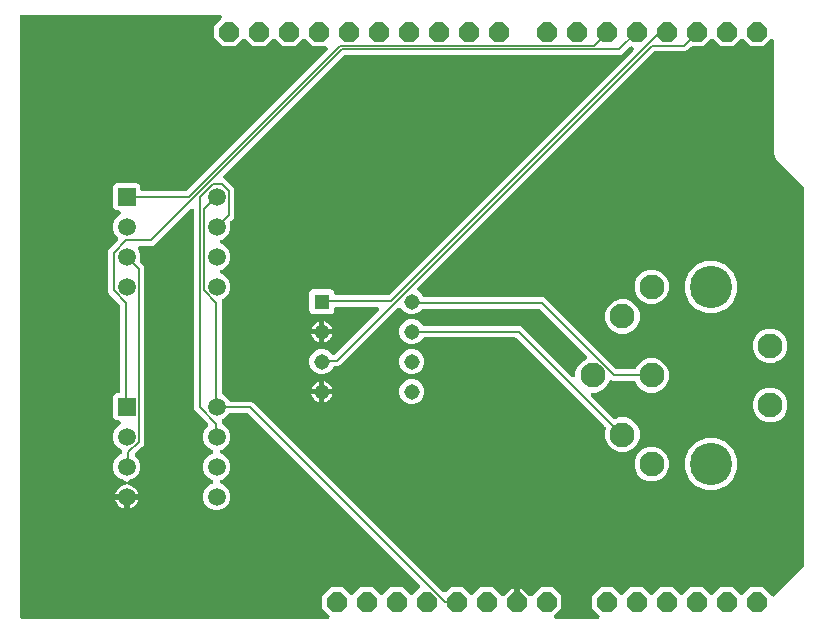
<source format=gbr>
G04 EAGLE Gerber RS-274X export*
G75*
%MOMM*%
%FSLAX34Y34*%
%LPD*%
%INBottom Copper*%
%IPPOS*%
%AMOC8*
5,1,8,0,0,1.08239X$1,22.5*%
G01*
%ADD10C,2.100000*%
%ADD11C,3.585000*%
%ADD12R,1.308000X1.308000*%
%ADD13C,1.308000*%
%ADD14R,1.498600X1.498600*%
%ADD15C,1.498600*%
%ADD16P,1.814519X8X22.500000*%
%ADD17C,0.152400*%

G36*
X525380Y23624D02*
X525380Y23624D01*
X525389Y23623D01*
X525582Y23644D01*
X525772Y23663D01*
X525780Y23665D01*
X525789Y23666D01*
X525973Y23724D01*
X526157Y23781D01*
X526165Y23785D01*
X526173Y23788D01*
X526341Y23881D01*
X526511Y23973D01*
X526517Y23978D01*
X526525Y23983D01*
X526672Y24107D01*
X526820Y24230D01*
X526826Y24237D01*
X526832Y24243D01*
X526951Y24394D01*
X527072Y24544D01*
X527076Y24552D01*
X527082Y24559D01*
X527170Y24732D01*
X527258Y24901D01*
X527260Y24910D01*
X527264Y24918D01*
X527316Y25104D01*
X527369Y25288D01*
X527370Y25297D01*
X527372Y25306D01*
X527386Y25499D01*
X527402Y25690D01*
X527401Y25698D01*
X527402Y25707D01*
X527377Y25900D01*
X527355Y26089D01*
X527352Y26098D01*
X527351Y26107D01*
X527290Y26290D01*
X527230Y26472D01*
X527226Y26480D01*
X527223Y26488D01*
X527127Y26655D01*
X527032Y26823D01*
X527027Y26830D01*
X527022Y26837D01*
X526807Y27090D01*
X520953Y32944D01*
X520953Y43256D01*
X528244Y50547D01*
X538556Y50547D01*
X544664Y44439D01*
X544678Y44427D01*
X544689Y44414D01*
X544833Y44300D01*
X544975Y44184D01*
X544991Y44175D01*
X545005Y44164D01*
X545169Y44081D01*
X545331Y43995D01*
X545348Y43990D01*
X545364Y43982D01*
X545541Y43932D01*
X545717Y43880D01*
X545735Y43879D01*
X545752Y43874D01*
X545935Y43860D01*
X546118Y43844D01*
X546136Y43846D01*
X546153Y43844D01*
X546335Y43867D01*
X546518Y43887D01*
X546535Y43893D01*
X546553Y43895D01*
X546727Y43953D01*
X546902Y44009D01*
X546918Y44017D01*
X546934Y44023D01*
X547094Y44115D01*
X547254Y44204D01*
X547268Y44215D01*
X547283Y44224D01*
X547536Y44439D01*
X553644Y50547D01*
X563956Y50547D01*
X570064Y44439D01*
X570077Y44427D01*
X570089Y44414D01*
X570233Y44300D01*
X570375Y44184D01*
X570391Y44175D01*
X570405Y44164D01*
X570569Y44081D01*
X570731Y43995D01*
X570748Y43990D01*
X570764Y43982D01*
X570941Y43932D01*
X571117Y43880D01*
X571135Y43879D01*
X571152Y43874D01*
X571335Y43860D01*
X571518Y43844D01*
X571536Y43846D01*
X571553Y43844D01*
X571735Y43867D01*
X571918Y43887D01*
X571935Y43893D01*
X571953Y43895D01*
X572126Y43953D01*
X572302Y44009D01*
X572318Y44017D01*
X572334Y44023D01*
X572494Y44115D01*
X572654Y44204D01*
X572668Y44215D01*
X572683Y44224D01*
X572936Y44439D01*
X579044Y50547D01*
X589356Y50547D01*
X595464Y44439D01*
X595477Y44427D01*
X595489Y44414D01*
X595633Y44300D01*
X595775Y44184D01*
X595791Y44175D01*
X595805Y44164D01*
X595969Y44081D01*
X596131Y43995D01*
X596148Y43990D01*
X596164Y43982D01*
X596341Y43932D01*
X596517Y43880D01*
X596535Y43879D01*
X596552Y43874D01*
X596735Y43860D01*
X596918Y43844D01*
X596936Y43846D01*
X596953Y43844D01*
X597135Y43867D01*
X597318Y43887D01*
X597335Y43893D01*
X597353Y43895D01*
X597526Y43953D01*
X597702Y44009D01*
X597718Y44017D01*
X597734Y44023D01*
X597894Y44115D01*
X598054Y44204D01*
X598068Y44215D01*
X598083Y44224D01*
X598336Y44439D01*
X604444Y50547D01*
X614756Y50547D01*
X620864Y44439D01*
X620877Y44427D01*
X620889Y44414D01*
X621033Y44300D01*
X621175Y44184D01*
X621191Y44175D01*
X621205Y44164D01*
X621369Y44081D01*
X621531Y43995D01*
X621548Y43990D01*
X621564Y43982D01*
X621741Y43932D01*
X621917Y43880D01*
X621935Y43879D01*
X621952Y43874D01*
X622135Y43860D01*
X622318Y43844D01*
X622336Y43846D01*
X622353Y43844D01*
X622535Y43867D01*
X622718Y43887D01*
X622735Y43893D01*
X622753Y43895D01*
X622926Y43953D01*
X623102Y44009D01*
X623118Y44017D01*
X623134Y44023D01*
X623294Y44115D01*
X623454Y44204D01*
X623468Y44215D01*
X623483Y44224D01*
X623736Y44439D01*
X629844Y50547D01*
X640156Y50547D01*
X646264Y44439D01*
X646277Y44427D01*
X646289Y44414D01*
X646433Y44300D01*
X646575Y44184D01*
X646591Y44175D01*
X646605Y44164D01*
X646769Y44081D01*
X646931Y43995D01*
X646948Y43990D01*
X646964Y43982D01*
X647141Y43932D01*
X647317Y43880D01*
X647335Y43879D01*
X647352Y43874D01*
X647535Y43860D01*
X647718Y43844D01*
X647736Y43846D01*
X647753Y43844D01*
X647935Y43867D01*
X648118Y43887D01*
X648135Y43893D01*
X648153Y43895D01*
X648326Y43953D01*
X648502Y44009D01*
X648518Y44017D01*
X648534Y44023D01*
X648694Y44115D01*
X648854Y44204D01*
X648868Y44215D01*
X648883Y44224D01*
X649136Y44439D01*
X655244Y50547D01*
X665556Y50547D01*
X673007Y43096D01*
X673017Y43087D01*
X673026Y43077D01*
X673173Y42960D01*
X673318Y42841D01*
X673330Y42834D01*
X673340Y42826D01*
X673509Y42740D01*
X673674Y42652D01*
X673687Y42648D01*
X673699Y42642D01*
X673881Y42591D01*
X674060Y42537D01*
X674073Y42536D01*
X674086Y42532D01*
X674273Y42518D01*
X674461Y42501D01*
X674474Y42502D01*
X674487Y42501D01*
X674672Y42524D01*
X674861Y42544D01*
X674874Y42548D01*
X674887Y42550D01*
X675065Y42609D01*
X675245Y42666D01*
X675257Y42672D01*
X675269Y42676D01*
X675432Y42769D01*
X675597Y42861D01*
X675607Y42869D01*
X675619Y42876D01*
X675761Y43000D01*
X675904Y43121D01*
X675912Y43132D01*
X675923Y43140D01*
X676037Y43290D01*
X676154Y43437D01*
X676160Y43449D01*
X676168Y43460D01*
X676320Y43755D01*
X676540Y44287D01*
X699682Y67429D01*
X699699Y67450D01*
X699720Y67468D01*
X699827Y67606D01*
X699937Y67741D01*
X699950Y67765D01*
X699966Y67786D01*
X700044Y67943D01*
X700126Y68097D01*
X700134Y68122D01*
X700146Y68146D01*
X700191Y68316D01*
X700241Y68483D01*
X700243Y68509D01*
X700250Y68535D01*
X700277Y68866D01*
X700277Y388334D01*
X700275Y388361D01*
X700277Y388388D01*
X700255Y388561D01*
X700237Y388735D01*
X700230Y388760D01*
X700226Y388787D01*
X700171Y388953D01*
X700119Y389120D01*
X700106Y389143D01*
X700098Y389169D01*
X700011Y389320D01*
X699927Y389474D01*
X699910Y389494D01*
X699897Y389518D01*
X699682Y389771D01*
X676540Y412913D01*
X674877Y416927D01*
X674877Y512671D01*
X674876Y512680D01*
X674877Y512689D01*
X674856Y512882D01*
X674837Y513072D01*
X674835Y513080D01*
X674834Y513089D01*
X674776Y513273D01*
X674719Y513457D01*
X674715Y513465D01*
X674712Y513473D01*
X674619Y513641D01*
X674527Y513811D01*
X674522Y513817D01*
X674517Y513825D01*
X674393Y513972D01*
X674270Y514120D01*
X674263Y514126D01*
X674257Y514132D01*
X674106Y514251D01*
X673956Y514372D01*
X673948Y514376D01*
X673941Y514382D01*
X673768Y514470D01*
X673599Y514558D01*
X673590Y514560D01*
X673582Y514564D01*
X673396Y514616D01*
X673212Y514669D01*
X673203Y514670D01*
X673194Y514672D01*
X673001Y514686D01*
X672810Y514702D01*
X672802Y514701D01*
X672793Y514702D01*
X672600Y514677D01*
X672411Y514655D01*
X672402Y514652D01*
X672393Y514651D01*
X672210Y514590D01*
X672028Y514530D01*
X672020Y514526D01*
X672012Y514523D01*
X671845Y514427D01*
X671677Y514332D01*
X671670Y514327D01*
X671663Y514322D01*
X671410Y514107D01*
X665556Y508253D01*
X655244Y508253D01*
X649136Y514361D01*
X649122Y514373D01*
X649111Y514386D01*
X648967Y514500D01*
X648825Y514616D01*
X648809Y514625D01*
X648795Y514636D01*
X648631Y514719D01*
X648469Y514805D01*
X648452Y514810D01*
X648436Y514818D01*
X648259Y514868D01*
X648083Y514920D01*
X648065Y514921D01*
X648048Y514926D01*
X647865Y514940D01*
X647682Y514956D01*
X647664Y514954D01*
X647647Y514956D01*
X647465Y514933D01*
X647282Y514913D01*
X647265Y514907D01*
X647247Y514905D01*
X647073Y514847D01*
X646898Y514791D01*
X646882Y514783D01*
X646866Y514777D01*
X646706Y514685D01*
X646546Y514596D01*
X646532Y514585D01*
X646517Y514576D01*
X646264Y514361D01*
X640156Y508253D01*
X629844Y508253D01*
X623736Y514361D01*
X623722Y514373D01*
X623711Y514386D01*
X623567Y514500D01*
X623425Y514616D01*
X623409Y514625D01*
X623395Y514636D01*
X623231Y514719D01*
X623069Y514805D01*
X623052Y514810D01*
X623036Y514818D01*
X622859Y514868D01*
X622683Y514920D01*
X622665Y514921D01*
X622648Y514926D01*
X622465Y514940D01*
X622282Y514956D01*
X622264Y514954D01*
X622247Y514956D01*
X622065Y514933D01*
X621882Y514913D01*
X621865Y514907D01*
X621847Y514905D01*
X621673Y514847D01*
X621498Y514791D01*
X621482Y514783D01*
X621466Y514777D01*
X621306Y514685D01*
X621146Y514596D01*
X621132Y514585D01*
X621117Y514576D01*
X620864Y514361D01*
X614756Y508253D01*
X605837Y508253D01*
X605810Y508251D01*
X605783Y508253D01*
X605609Y508231D01*
X605436Y508213D01*
X605411Y508206D01*
X605384Y508202D01*
X605218Y508146D01*
X605051Y508095D01*
X605028Y508082D01*
X605002Y508074D01*
X604851Y507987D01*
X604697Y507903D01*
X604677Y507886D01*
X604653Y507873D01*
X604400Y507658D01*
X601666Y504924D01*
X599892Y504189D01*
X574341Y504189D01*
X574314Y504187D01*
X574287Y504189D01*
X574113Y504167D01*
X573940Y504149D01*
X573915Y504142D01*
X573888Y504138D01*
X573722Y504083D01*
X573555Y504031D01*
X573532Y504018D01*
X573506Y504010D01*
X573355Y503923D01*
X573201Y503839D01*
X573181Y503822D01*
X573157Y503809D01*
X572904Y503594D01*
X373694Y304384D01*
X373686Y304374D01*
X373675Y304365D01*
X373558Y304218D01*
X373439Y304073D01*
X373433Y304061D01*
X373424Y304050D01*
X373338Y303882D01*
X373250Y303717D01*
X373247Y303704D01*
X373240Y303692D01*
X373189Y303511D01*
X373136Y303331D01*
X373134Y303318D01*
X373131Y303305D01*
X373116Y303119D01*
X373099Y302930D01*
X373101Y302916D01*
X373100Y302903D01*
X373122Y302718D01*
X373143Y302530D01*
X373147Y302517D01*
X373148Y302504D01*
X373207Y302326D01*
X373264Y302146D01*
X373271Y302134D01*
X373275Y302121D01*
X373368Y301958D01*
X373459Y301794D01*
X373468Y301783D01*
X373474Y301772D01*
X373599Y301629D01*
X373719Y301487D01*
X373730Y301478D01*
X373739Y301468D01*
X373888Y301353D01*
X374035Y301237D01*
X374047Y301231D01*
X374058Y301223D01*
X374298Y301100D01*
X377290Y298107D01*
X377681Y297165D01*
X377691Y297145D01*
X377698Y297124D01*
X377786Y296968D01*
X377871Y296810D01*
X377885Y296793D01*
X377896Y296773D01*
X378013Y296638D01*
X378127Y296499D01*
X378145Y296485D01*
X378159Y296468D01*
X378301Y296359D01*
X378440Y296246D01*
X378460Y296235D01*
X378477Y296222D01*
X378638Y296142D01*
X378796Y296059D01*
X378818Y296052D01*
X378838Y296042D01*
X379011Y295996D01*
X379183Y295946D01*
X379205Y295944D01*
X379227Y295938D01*
X379557Y295911D01*
X479496Y295911D01*
X481270Y295176D01*
X540900Y235546D01*
X540921Y235529D01*
X540939Y235508D01*
X541076Y235401D01*
X541212Y235291D01*
X541236Y235278D01*
X541257Y235262D01*
X541414Y235184D01*
X541568Y235102D01*
X541593Y235094D01*
X541617Y235082D01*
X541787Y235037D01*
X541953Y234987D01*
X541980Y234985D01*
X542006Y234978D01*
X542337Y234951D01*
X556532Y234951D01*
X556555Y234953D01*
X556577Y234951D01*
X556754Y234973D01*
X556933Y234991D01*
X556954Y234997D01*
X556976Y235000D01*
X557146Y235056D01*
X557318Y235109D01*
X557338Y235119D01*
X557359Y235126D01*
X557514Y235215D01*
X557672Y235301D01*
X557689Y235315D01*
X557708Y235326D01*
X557844Y235444D01*
X557981Y235558D01*
X557995Y235576D01*
X558012Y235590D01*
X558121Y235732D01*
X558233Y235872D01*
X558244Y235892D01*
X558257Y235910D01*
X558409Y236205D01*
X559153Y238000D01*
X563250Y242097D01*
X568603Y244315D01*
X574397Y244315D01*
X579750Y242097D01*
X583847Y238000D01*
X586065Y232647D01*
X586065Y226853D01*
X583847Y221500D01*
X579750Y217403D01*
X577411Y216433D01*
X577410Y216433D01*
X574397Y215185D01*
X568603Y215185D01*
X563250Y217403D01*
X559153Y221500D01*
X558099Y224043D01*
X558089Y224063D01*
X558082Y224084D01*
X557993Y224241D01*
X557909Y224398D01*
X557895Y224415D01*
X557884Y224435D01*
X557766Y224571D01*
X557652Y224709D01*
X557635Y224723D01*
X557621Y224740D01*
X557479Y224849D01*
X557340Y224962D01*
X557320Y224973D01*
X557302Y224986D01*
X557142Y225066D01*
X556983Y225149D01*
X556962Y225156D01*
X556942Y225166D01*
X556768Y225212D01*
X556597Y225262D01*
X556575Y225264D01*
X556553Y225270D01*
X556222Y225297D01*
X538536Y225297D01*
X537753Y225621D01*
X537736Y225627D01*
X537720Y225635D01*
X537545Y225684D01*
X537368Y225738D01*
X537350Y225740D01*
X537333Y225744D01*
X537151Y225759D01*
X536967Y225776D01*
X536949Y225774D01*
X536931Y225776D01*
X536750Y225754D01*
X536567Y225734D01*
X536549Y225729D01*
X536532Y225727D01*
X536359Y225670D01*
X536182Y225615D01*
X536166Y225606D01*
X536150Y225600D01*
X535991Y225510D01*
X535829Y225421D01*
X535815Y225410D01*
X535800Y225401D01*
X535662Y225281D01*
X535521Y225162D01*
X535510Y225148D01*
X535496Y225136D01*
X535384Y224991D01*
X535270Y224847D01*
X535262Y224831D01*
X535251Y224817D01*
X535099Y224522D01*
X533847Y221500D01*
X529750Y217403D01*
X527411Y216433D01*
X527410Y216433D01*
X524397Y215185D01*
X521969Y215185D01*
X521960Y215184D01*
X521951Y215185D01*
X521757Y215164D01*
X521568Y215145D01*
X521560Y215143D01*
X521551Y215142D01*
X521366Y215083D01*
X521183Y215027D01*
X521175Y215023D01*
X521167Y215020D01*
X520998Y214927D01*
X520829Y214835D01*
X520822Y214830D01*
X520814Y214825D01*
X520667Y214701D01*
X520520Y214578D01*
X520514Y214571D01*
X520507Y214565D01*
X520388Y214413D01*
X520267Y214264D01*
X520263Y214256D01*
X520258Y214249D01*
X520170Y214076D01*
X520082Y213907D01*
X520080Y213898D01*
X520075Y213890D01*
X520024Y213704D01*
X519971Y213520D01*
X519970Y213511D01*
X519967Y213502D01*
X519953Y213309D01*
X519938Y213118D01*
X519939Y213110D01*
X519938Y213101D01*
X519962Y212908D01*
X519985Y212719D01*
X519987Y212710D01*
X519988Y212701D01*
X520050Y212519D01*
X520109Y212336D01*
X520114Y212328D01*
X520117Y212320D01*
X520213Y212153D01*
X520307Y211985D01*
X520313Y211978D01*
X520318Y211971D01*
X520532Y211718D01*
X538700Y193550D01*
X538717Y193536D01*
X538732Y193519D01*
X538873Y193408D01*
X539012Y193295D01*
X539031Y193284D01*
X539049Y193271D01*
X539210Y193190D01*
X539367Y193106D01*
X539389Y193100D01*
X539409Y193090D01*
X539582Y193042D01*
X539753Y192991D01*
X539776Y192989D01*
X539797Y192983D01*
X539976Y192971D01*
X540154Y192955D01*
X540176Y192957D01*
X540199Y192956D01*
X540376Y192979D01*
X540555Y192998D01*
X540576Y193005D01*
X540598Y193008D01*
X540914Y193109D01*
X543703Y194265D01*
X549497Y194265D01*
X554850Y192047D01*
X558947Y187950D01*
X561165Y182597D01*
X561165Y176803D01*
X558947Y171450D01*
X554850Y167353D01*
X549497Y165135D01*
X543703Y165135D01*
X538350Y167353D01*
X534253Y171450D01*
X532035Y176803D01*
X532035Y182597D01*
X532677Y184147D01*
X532684Y184169D01*
X532694Y184189D01*
X532742Y184362D01*
X532794Y184533D01*
X532796Y184555D01*
X532802Y184576D01*
X532815Y184756D01*
X532832Y184933D01*
X532830Y184956D01*
X532831Y184978D01*
X532809Y185156D01*
X532790Y185334D01*
X532784Y185355D01*
X532781Y185377D01*
X532724Y185547D01*
X532671Y185718D01*
X532660Y185738D01*
X532653Y185759D01*
X532563Y185914D01*
X532477Y186071D01*
X532463Y186089D01*
X532452Y186108D01*
X532237Y186361D01*
X457320Y261278D01*
X457299Y261295D01*
X457281Y261316D01*
X457144Y261422D01*
X457008Y261533D01*
X456984Y261546D01*
X456963Y261562D01*
X456806Y261640D01*
X456652Y261722D01*
X456627Y261730D01*
X456603Y261742D01*
X456433Y261787D01*
X456267Y261837D01*
X456240Y261839D01*
X456214Y261846D01*
X455883Y261873D01*
X379136Y261873D01*
X379114Y261871D01*
X379092Y261873D01*
X378914Y261851D01*
X378736Y261833D01*
X378714Y261827D01*
X378692Y261824D01*
X378522Y261768D01*
X378351Y261715D01*
X378331Y261705D01*
X378310Y261698D01*
X378154Y261609D01*
X377997Y261523D01*
X377980Y261509D01*
X377960Y261498D01*
X377825Y261380D01*
X377688Y261266D01*
X377674Y261248D01*
X377657Y261234D01*
X377547Y261091D01*
X377435Y260952D01*
X377425Y260932D01*
X377411Y260914D01*
X377305Y260708D01*
X374307Y257710D01*
X370409Y256095D01*
X366191Y256095D01*
X362293Y257710D01*
X359310Y260693D01*
X357695Y264591D01*
X357695Y268809D01*
X359310Y272707D01*
X362293Y275690D01*
X366191Y277305D01*
X370409Y277305D01*
X374307Y275690D01*
X377303Y272695D01*
X377365Y272584D01*
X377450Y272426D01*
X377464Y272409D01*
X377475Y272389D01*
X377592Y272254D01*
X377706Y272115D01*
X377724Y272101D01*
X377738Y272084D01*
X377880Y271975D01*
X378019Y271862D01*
X378039Y271851D01*
X378056Y271838D01*
X378217Y271758D01*
X378375Y271675D01*
X378397Y271668D01*
X378417Y271658D01*
X378590Y271612D01*
X378762Y271562D01*
X378784Y271560D01*
X378806Y271554D01*
X379136Y271527D01*
X459684Y271527D01*
X461458Y270792D01*
X503468Y228782D01*
X503475Y228777D01*
X503480Y228770D01*
X503630Y228649D01*
X503779Y228527D01*
X503787Y228523D01*
X503794Y228517D01*
X503965Y228429D01*
X504135Y228339D01*
X504143Y228336D01*
X504151Y228332D01*
X504337Y228279D01*
X504521Y228224D01*
X504530Y228223D01*
X504538Y228221D01*
X504730Y228205D01*
X504922Y228187D01*
X504931Y228188D01*
X504940Y228188D01*
X505129Y228210D01*
X505322Y228231D01*
X505331Y228234D01*
X505339Y228235D01*
X505521Y228294D01*
X505706Y228352D01*
X505714Y228357D01*
X505722Y228359D01*
X505891Y228454D01*
X506058Y228547D01*
X506065Y228553D01*
X506073Y228557D01*
X506219Y228683D01*
X506365Y228808D01*
X506371Y228815D01*
X506378Y228820D01*
X506495Y228971D01*
X506615Y229124D01*
X506619Y229132D01*
X506624Y229139D01*
X506710Y229311D01*
X506797Y229483D01*
X506800Y229491D01*
X506804Y229499D01*
X506854Y229686D01*
X506905Y229870D01*
X506906Y229879D01*
X506908Y229888D01*
X506935Y230219D01*
X506935Y232647D01*
X509153Y238000D01*
X513250Y242097D01*
X515707Y243115D01*
X515719Y243121D01*
X515731Y243126D01*
X515896Y243216D01*
X516062Y243305D01*
X516072Y243314D01*
X516084Y243320D01*
X516227Y243441D01*
X516372Y243562D01*
X516381Y243572D01*
X516391Y243581D01*
X516507Y243729D01*
X516626Y243874D01*
X516632Y243886D01*
X516640Y243897D01*
X516726Y244065D01*
X516813Y244231D01*
X516817Y244244D01*
X516823Y244256D01*
X516873Y244438D01*
X516926Y244617D01*
X516927Y244631D01*
X516931Y244644D01*
X516945Y244832D01*
X516961Y245018D01*
X516959Y245032D01*
X516960Y245045D01*
X516936Y245233D01*
X516915Y245419D01*
X516911Y245431D01*
X516910Y245445D01*
X516850Y245623D01*
X516792Y245802D01*
X516786Y245814D01*
X516782Y245826D01*
X516687Y245990D01*
X516596Y246153D01*
X516587Y246163D01*
X516581Y246175D01*
X516366Y246428D01*
X477132Y285662D01*
X477111Y285679D01*
X477093Y285700D01*
X476956Y285807D01*
X476820Y285917D01*
X476796Y285930D01*
X476775Y285946D01*
X476618Y286024D01*
X476464Y286106D01*
X476439Y286114D01*
X476415Y286126D01*
X476245Y286171D01*
X476079Y286221D01*
X476052Y286223D01*
X476026Y286230D01*
X475695Y286257D01*
X378296Y286257D01*
X378269Y286255D01*
X378243Y286257D01*
X378069Y286235D01*
X377895Y286217D01*
X377870Y286210D01*
X377843Y286206D01*
X377677Y286150D01*
X377510Y286099D01*
X377487Y286086D01*
X377462Y286078D01*
X377310Y285991D01*
X377156Y285907D01*
X377136Y285890D01*
X377113Y285877D01*
X376860Y285662D01*
X374307Y283110D01*
X370409Y281495D01*
X366191Y281495D01*
X362293Y283110D01*
X359303Y286100D01*
X359228Y286235D01*
X359139Y286402D01*
X359130Y286412D01*
X359124Y286424D01*
X359003Y286566D01*
X358882Y286712D01*
X358872Y286721D01*
X358863Y286731D01*
X358715Y286848D01*
X358570Y286966D01*
X358558Y286972D01*
X358547Y286980D01*
X358379Y287066D01*
X358213Y287153D01*
X358200Y287157D01*
X358188Y287163D01*
X358006Y287213D01*
X357827Y287266D01*
X357813Y287267D01*
X357800Y287271D01*
X357612Y287285D01*
X357426Y287301D01*
X357412Y287299D01*
X357399Y287300D01*
X357212Y287277D01*
X357026Y287256D01*
X357013Y287251D01*
X356999Y287250D01*
X356822Y287190D01*
X356642Y287132D01*
X356631Y287126D01*
X356618Y287122D01*
X356454Y287027D01*
X356291Y286936D01*
X356281Y286927D01*
X356269Y286921D01*
X356016Y286706D01*
X307534Y238224D01*
X305760Y237489D01*
X303357Y237489D01*
X303335Y237487D01*
X303313Y237489D01*
X303135Y237467D01*
X302957Y237449D01*
X302935Y237443D01*
X302913Y237440D01*
X302743Y237384D01*
X302572Y237331D01*
X302552Y237321D01*
X302531Y237314D01*
X302375Y237225D01*
X302218Y237139D01*
X302201Y237125D01*
X302181Y237114D01*
X302046Y236996D01*
X301908Y236882D01*
X301894Y236864D01*
X301878Y236850D01*
X301769Y236708D01*
X301656Y236568D01*
X301646Y236548D01*
X301632Y236531D01*
X301481Y236235D01*
X301090Y235293D01*
X298107Y232310D01*
X294209Y230695D01*
X289991Y230695D01*
X286093Y232310D01*
X283110Y235293D01*
X281495Y239191D01*
X281495Y243409D01*
X283110Y247307D01*
X286093Y250290D01*
X289991Y251905D01*
X294209Y251905D01*
X298107Y250290D01*
X300591Y247806D01*
X300605Y247795D01*
X300617Y247781D01*
X300761Y247667D01*
X300903Y247551D01*
X300919Y247543D01*
X300933Y247531D01*
X301097Y247448D01*
X301259Y247362D01*
X301276Y247357D01*
X301292Y247349D01*
X301469Y247300D01*
X301644Y247248D01*
X301662Y247246D01*
X301679Y247241D01*
X301863Y247228D01*
X302045Y247211D01*
X302063Y247213D01*
X302081Y247212D01*
X302263Y247235D01*
X302446Y247255D01*
X302463Y247260D01*
X302480Y247262D01*
X302654Y247320D01*
X302830Y247376D01*
X302845Y247385D01*
X302862Y247390D01*
X303022Y247482D01*
X303182Y247571D01*
X303195Y247582D01*
X303211Y247591D01*
X303464Y247806D01*
X339972Y284314D01*
X339977Y284321D01*
X339984Y284326D01*
X340105Y284476D01*
X340227Y284625D01*
X340231Y284633D01*
X340237Y284640D01*
X340325Y284811D01*
X340415Y284981D01*
X340418Y284989D01*
X340422Y284997D01*
X340475Y285183D01*
X340530Y285367D01*
X340531Y285376D01*
X340533Y285384D01*
X340549Y285576D01*
X340567Y285768D01*
X340566Y285777D01*
X340566Y285786D01*
X340544Y285975D01*
X340523Y286168D01*
X340520Y286177D01*
X340519Y286185D01*
X340460Y286367D01*
X340402Y286552D01*
X340397Y286560D01*
X340395Y286568D01*
X340300Y286737D01*
X340207Y286904D01*
X340201Y286911D01*
X340197Y286919D01*
X340071Y287065D01*
X339946Y287211D01*
X339939Y287217D01*
X339934Y287224D01*
X339782Y287341D01*
X339630Y287461D01*
X339622Y287465D01*
X339615Y287470D01*
X339443Y287556D01*
X339271Y287643D01*
X339263Y287646D01*
X339255Y287650D01*
X339068Y287700D01*
X338884Y287751D01*
X338875Y287752D01*
X338866Y287754D01*
X338535Y287781D01*
X304736Y287781D01*
X304718Y287779D01*
X304700Y287781D01*
X304518Y287760D01*
X304335Y287741D01*
X304318Y287736D01*
X304301Y287734D01*
X304126Y287677D01*
X303950Y287623D01*
X303935Y287615D01*
X303918Y287609D01*
X303758Y287519D01*
X303596Y287431D01*
X303583Y287420D01*
X303567Y287411D01*
X303428Y287291D01*
X303287Y287174D01*
X303276Y287160D01*
X303262Y287148D01*
X303150Y287003D01*
X303035Y286860D01*
X303027Y286844D01*
X303016Y286830D01*
X302934Y286665D01*
X302849Y286503D01*
X302844Y286486D01*
X302836Y286470D01*
X302789Y286291D01*
X302738Y286116D01*
X302736Y286098D01*
X302732Y286081D01*
X302705Y285750D01*
X302705Y284751D01*
X302086Y283257D01*
X300942Y282114D01*
X299449Y281495D01*
X284751Y281495D01*
X283258Y282114D01*
X282114Y283257D01*
X281495Y284751D01*
X281495Y299449D01*
X282114Y300942D01*
X283258Y302086D01*
X284751Y302705D01*
X299449Y302705D01*
X300942Y302086D01*
X302086Y300942D01*
X302706Y299445D01*
X302705Y299430D01*
X302726Y299248D01*
X302745Y299065D01*
X302750Y299048D01*
X302752Y299031D01*
X302809Y298856D01*
X302863Y298680D01*
X302871Y298665D01*
X302877Y298648D01*
X302967Y298488D01*
X303055Y298326D01*
X303066Y298313D01*
X303075Y298297D01*
X303195Y298158D01*
X303312Y298017D01*
X303326Y298006D01*
X303338Y297992D01*
X303483Y297880D01*
X303626Y297765D01*
X303642Y297757D01*
X303656Y297746D01*
X303821Y297664D01*
X303983Y297579D01*
X304000Y297574D01*
X304016Y297566D01*
X304195Y297519D01*
X304370Y297468D01*
X304388Y297466D01*
X304405Y297462D01*
X304736Y297435D01*
X347679Y297435D01*
X347706Y297437D01*
X347733Y297435D01*
X347907Y297457D01*
X348080Y297475D01*
X348105Y297482D01*
X348132Y297486D01*
X348298Y297541D01*
X348465Y297593D01*
X348488Y297606D01*
X348514Y297614D01*
X348665Y297701D01*
X348819Y297785D01*
X348839Y297802D01*
X348863Y297815D01*
X349116Y298030D01*
X555872Y504786D01*
X555877Y504793D01*
X555884Y504798D01*
X556005Y504948D01*
X556127Y505097D01*
X556131Y505105D01*
X556137Y505112D01*
X556225Y505283D01*
X556315Y505453D01*
X556318Y505461D01*
X556322Y505469D01*
X556375Y505655D01*
X556430Y505839D01*
X556431Y505848D01*
X556433Y505856D01*
X556449Y506048D01*
X556467Y506240D01*
X556466Y506249D01*
X556466Y506258D01*
X556444Y506447D01*
X556423Y506640D01*
X556420Y506649D01*
X556419Y506657D01*
X556360Y506839D01*
X556302Y507024D01*
X556297Y507032D01*
X556295Y507040D01*
X556200Y507209D01*
X556107Y507376D01*
X556101Y507383D01*
X556097Y507391D01*
X555971Y507537D01*
X555846Y507683D01*
X555839Y507689D01*
X555834Y507696D01*
X555682Y507813D01*
X555530Y507933D01*
X555522Y507937D01*
X555515Y507942D01*
X555343Y508028D01*
X555171Y508115D01*
X555163Y508118D01*
X555155Y508122D01*
X554968Y508172D01*
X554784Y508223D01*
X554775Y508224D01*
X554766Y508226D01*
X554435Y508253D01*
X554021Y508253D01*
X553994Y508251D01*
X553967Y508253D01*
X553793Y508231D01*
X553620Y508213D01*
X553595Y508206D01*
X553568Y508202D01*
X553402Y508147D01*
X553235Y508095D01*
X553212Y508082D01*
X553186Y508074D01*
X553035Y507987D01*
X552881Y507903D01*
X552861Y507886D01*
X552837Y507873D01*
X552584Y507658D01*
X546802Y501876D01*
X545028Y501141D01*
X312213Y501141D01*
X312186Y501139D01*
X312159Y501141D01*
X311985Y501119D01*
X311812Y501101D01*
X311787Y501094D01*
X311760Y501090D01*
X311594Y501035D01*
X311427Y500983D01*
X311404Y500970D01*
X311378Y500962D01*
X311227Y500875D01*
X311073Y500791D01*
X311053Y500774D01*
X311029Y500761D01*
X310776Y500546D01*
X209313Y399083D01*
X209305Y399073D01*
X209295Y399065D01*
X209177Y398917D01*
X209058Y398772D01*
X209052Y398760D01*
X209044Y398750D01*
X208957Y398581D01*
X208870Y398416D01*
X208866Y398404D01*
X208860Y398392D01*
X208809Y398210D01*
X208755Y398030D01*
X208754Y398017D01*
X208750Y398004D01*
X208736Y397818D01*
X208719Y397629D01*
X208720Y397616D01*
X208719Y397603D01*
X208742Y397417D01*
X208762Y397229D01*
X208766Y397216D01*
X208768Y397203D01*
X208827Y397025D01*
X208884Y396845D01*
X208890Y396834D01*
X208894Y396821D01*
X208987Y396657D01*
X209078Y396493D01*
X209087Y396483D01*
X209094Y396471D01*
X209217Y396330D01*
X209339Y396186D01*
X209349Y396178D01*
X209358Y396168D01*
X209507Y396053D01*
X209655Y395936D01*
X209667Y395930D01*
X209677Y395922D01*
X209972Y395771D01*
X209998Y395760D01*
X211641Y394117D01*
X211642Y394116D01*
X215808Y389950D01*
X215809Y389949D01*
X217452Y388306D01*
X218187Y386532D01*
X218187Y364800D01*
X217452Y363026D01*
X215005Y360579D01*
X214991Y360562D01*
X214974Y360547D01*
X214863Y360406D01*
X214750Y360267D01*
X214739Y360248D01*
X214726Y360230D01*
X214645Y360070D01*
X214561Y359912D01*
X214555Y359890D01*
X214545Y359870D01*
X214498Y359698D01*
X214446Y359526D01*
X214444Y359504D01*
X214439Y359482D01*
X214426Y359304D01*
X214410Y359125D01*
X214412Y359102D01*
X214411Y359080D01*
X214434Y358904D01*
X214453Y358725D01*
X214460Y358703D01*
X214463Y358681D01*
X214565Y358365D01*
X214758Y357899D01*
X214758Y353301D01*
X212998Y349053D01*
X209747Y345802D01*
X207272Y344777D01*
X207264Y344772D01*
X207255Y344770D01*
X207087Y344677D01*
X206917Y344586D01*
X206910Y344581D01*
X206902Y344576D01*
X206755Y344452D01*
X206607Y344330D01*
X206601Y344323D01*
X206594Y344317D01*
X206474Y344166D01*
X206353Y344017D01*
X206349Y344010D01*
X206343Y344002D01*
X206256Y343832D01*
X206166Y343661D01*
X206163Y343652D01*
X206159Y343644D01*
X206108Y343462D01*
X206053Y343274D01*
X206052Y343265D01*
X206050Y343257D01*
X206035Y343066D01*
X206018Y342873D01*
X206019Y342864D01*
X206018Y342856D01*
X206042Y342665D01*
X206063Y342473D01*
X206066Y342465D01*
X206067Y342456D01*
X206127Y342275D01*
X206186Y342090D01*
X206191Y342082D01*
X206194Y342074D01*
X206289Y341907D01*
X206383Y341738D01*
X206389Y341732D01*
X206393Y341724D01*
X206521Y341577D01*
X206645Y341433D01*
X206652Y341427D01*
X206658Y341420D01*
X206810Y341303D01*
X206962Y341184D01*
X206970Y341180D01*
X206977Y341175D01*
X207272Y341023D01*
X209747Y339998D01*
X212998Y336747D01*
X214758Y332499D01*
X214758Y327901D01*
X212998Y323653D01*
X209747Y320402D01*
X207272Y319377D01*
X207264Y319372D01*
X207255Y319370D01*
X207087Y319277D01*
X206917Y319186D01*
X206910Y319181D01*
X206902Y319176D01*
X206755Y319052D01*
X206607Y318930D01*
X206601Y318923D01*
X206594Y318917D01*
X206474Y318766D01*
X206353Y318617D01*
X206349Y318610D01*
X206343Y318602D01*
X206256Y318432D01*
X206166Y318261D01*
X206163Y318252D01*
X206159Y318244D01*
X206108Y318062D01*
X206053Y317874D01*
X206052Y317865D01*
X206050Y317857D01*
X206035Y317666D01*
X206018Y317473D01*
X206019Y317464D01*
X206018Y317456D01*
X206042Y317265D01*
X206063Y317073D01*
X206066Y317065D01*
X206067Y317056D01*
X206127Y316875D01*
X206186Y316690D01*
X206191Y316682D01*
X206194Y316674D01*
X206289Y316507D01*
X206383Y316338D01*
X206389Y316332D01*
X206393Y316324D01*
X206521Y316177D01*
X206645Y316033D01*
X206652Y316027D01*
X206658Y316020D01*
X206810Y315903D01*
X206962Y315784D01*
X206970Y315780D01*
X206977Y315775D01*
X207272Y315623D01*
X209747Y314598D01*
X212998Y311347D01*
X214758Y307099D01*
X214758Y302501D01*
X212998Y298253D01*
X209747Y295002D01*
X208676Y294558D01*
X208660Y294550D01*
X208643Y294544D01*
X208483Y294455D01*
X208321Y294368D01*
X208307Y294357D01*
X208292Y294348D01*
X208152Y294229D01*
X208011Y294112D01*
X207999Y294098D01*
X207986Y294086D01*
X207873Y293942D01*
X207757Y293799D01*
X207749Y293783D01*
X207738Y293769D01*
X207655Y293605D01*
X207570Y293443D01*
X207565Y293425D01*
X207557Y293409D01*
X207509Y293233D01*
X207457Y293056D01*
X207455Y293038D01*
X207451Y293021D01*
X207438Y292838D01*
X207422Y292655D01*
X207424Y292637D01*
X207423Y292619D01*
X207447Y292438D01*
X207467Y292255D01*
X207473Y292238D01*
X207475Y292220D01*
X207519Y292084D01*
X207519Y215278D01*
X207521Y215256D01*
X207519Y215234D01*
X207541Y215056D01*
X207559Y214878D01*
X207565Y214856D01*
X207568Y214834D01*
X207624Y214664D01*
X207677Y214493D01*
X207687Y214473D01*
X207694Y214452D01*
X207783Y214296D01*
X207869Y214139D01*
X207883Y214122D01*
X207894Y214102D01*
X208011Y213967D01*
X208126Y213830D01*
X208144Y213815D01*
X208158Y213799D01*
X208300Y213689D01*
X208440Y213577D01*
X208460Y213567D01*
X208478Y213553D01*
X208773Y213402D01*
X209747Y212998D01*
X212998Y209747D01*
X213402Y208773D01*
X213412Y208753D01*
X213419Y208732D01*
X213507Y208576D01*
X213592Y208418D01*
X213606Y208401D01*
X213617Y208381D01*
X213734Y208245D01*
X213848Y208107D01*
X213866Y208093D01*
X213880Y208076D01*
X214022Y207967D01*
X214161Y207854D01*
X214181Y207843D01*
X214198Y207830D01*
X214359Y207750D01*
X214517Y207667D01*
X214539Y207660D01*
X214559Y207650D01*
X214732Y207604D01*
X214904Y207554D01*
X214926Y207552D01*
X214948Y207546D01*
X215278Y207519D01*
X232608Y207519D01*
X234382Y206784D01*
X394496Y46670D01*
X394509Y46659D01*
X394521Y46646D01*
X394665Y46532D01*
X394807Y46415D01*
X394823Y46407D01*
X394837Y46396D01*
X395001Y46312D01*
X395163Y46227D01*
X395180Y46222D01*
X395196Y46214D01*
X395373Y46164D01*
X395549Y46112D01*
X395566Y46110D01*
X395584Y46106D01*
X395767Y46092D01*
X395950Y46076D01*
X395967Y46078D01*
X395985Y46076D01*
X396167Y46099D01*
X396350Y46119D01*
X396367Y46124D01*
X396385Y46127D01*
X396558Y46185D01*
X396734Y46241D01*
X396749Y46249D01*
X396766Y46255D01*
X396926Y46347D01*
X397086Y46435D01*
X397100Y46447D01*
X397115Y46456D01*
X397368Y46670D01*
X401244Y50547D01*
X411556Y50547D01*
X417664Y44439D01*
X417678Y44427D01*
X417689Y44414D01*
X417833Y44300D01*
X417975Y44184D01*
X417991Y44175D01*
X418005Y44164D01*
X418169Y44081D01*
X418331Y43995D01*
X418348Y43990D01*
X418364Y43982D01*
X418541Y43932D01*
X418717Y43880D01*
X418735Y43879D01*
X418752Y43874D01*
X418935Y43860D01*
X419118Y43844D01*
X419136Y43846D01*
X419153Y43844D01*
X419335Y43867D01*
X419518Y43887D01*
X419535Y43893D01*
X419553Y43895D01*
X419727Y43953D01*
X419902Y44009D01*
X419918Y44017D01*
X419934Y44023D01*
X420094Y44115D01*
X420254Y44204D01*
X420268Y44215D01*
X420283Y44224D01*
X420536Y44439D01*
X426644Y50547D01*
X436956Y50547D01*
X444141Y43361D01*
X444155Y43350D01*
X444167Y43336D01*
X444310Y43223D01*
X444453Y43106D01*
X444469Y43098D01*
X444483Y43086D01*
X444647Y43003D01*
X444809Y42917D01*
X444826Y42912D01*
X444842Y42904D01*
X445019Y42855D01*
X445194Y42803D01*
X445212Y42801D01*
X445229Y42796D01*
X445413Y42783D01*
X445595Y42766D01*
X445613Y42768D01*
X445631Y42767D01*
X445813Y42790D01*
X445996Y42810D01*
X446013Y42815D01*
X446030Y42817D01*
X446204Y42876D01*
X446380Y42931D01*
X446395Y42940D01*
X446412Y42945D01*
X446572Y43037D01*
X446732Y43126D01*
X446745Y43137D01*
X446761Y43146D01*
X447014Y43361D01*
X452676Y49023D01*
X454701Y49023D01*
X454701Y38568D01*
X454702Y38550D01*
X454701Y38533D01*
X454722Y38350D01*
X454741Y38168D01*
X454746Y38151D01*
X454748Y38133D01*
X454805Y37958D01*
X454859Y37783D01*
X454867Y37767D01*
X454873Y37750D01*
X454963Y37590D01*
X455050Y37429D01*
X455062Y37415D01*
X455071Y37399D01*
X455191Y37260D01*
X455308Y37119D01*
X455322Y37108D01*
X455334Y37095D01*
X455479Y36982D01*
X455622Y36867D01*
X455638Y36859D01*
X455652Y36848D01*
X455817Y36766D01*
X455979Y36682D01*
X455996Y36677D01*
X456012Y36669D01*
X456191Y36621D01*
X456366Y36570D01*
X456384Y36569D01*
X456401Y36564D01*
X456732Y36537D01*
X457668Y36537D01*
X457686Y36539D01*
X457704Y36537D01*
X457886Y36559D01*
X458069Y36577D01*
X458086Y36582D01*
X458103Y36584D01*
X458278Y36641D01*
X458454Y36695D01*
X458469Y36703D01*
X458486Y36709D01*
X458646Y36799D01*
X458808Y36887D01*
X458821Y36898D01*
X458837Y36907D01*
X458976Y37027D01*
X459117Y37145D01*
X459128Y37158D01*
X459142Y37170D01*
X459254Y37315D01*
X459369Y37458D01*
X459377Y37474D01*
X459388Y37488D01*
X459470Y37653D01*
X459555Y37816D01*
X459560Y37833D01*
X459568Y37849D01*
X459615Y38027D01*
X459666Y38202D01*
X459668Y38220D01*
X459672Y38237D01*
X459699Y38568D01*
X459699Y49023D01*
X461724Y49023D01*
X467386Y43361D01*
X467400Y43350D01*
X467411Y43336D01*
X467556Y43222D01*
X467698Y43106D01*
X467713Y43098D01*
X467727Y43086D01*
X467891Y43003D01*
X468053Y42917D01*
X468070Y42912D01*
X468086Y42904D01*
X468264Y42855D01*
X468439Y42803D01*
X468457Y42801D01*
X468474Y42796D01*
X468657Y42783D01*
X468840Y42766D01*
X468858Y42768D01*
X468876Y42767D01*
X469058Y42790D01*
X469240Y42810D01*
X469257Y42815D01*
X469275Y42817D01*
X469449Y42876D01*
X469624Y42931D01*
X469640Y42940D01*
X469657Y42945D01*
X469816Y43037D01*
X469977Y43126D01*
X469990Y43137D01*
X470006Y43146D01*
X470259Y43361D01*
X477444Y50547D01*
X487756Y50547D01*
X495047Y43256D01*
X495047Y32944D01*
X489193Y27090D01*
X489187Y27083D01*
X489180Y27078D01*
X489060Y26928D01*
X488938Y26779D01*
X488933Y26771D01*
X488928Y26764D01*
X488839Y26594D01*
X488749Y26423D01*
X488746Y26414D01*
X488742Y26407D01*
X488689Y26222D01*
X488634Y26037D01*
X488633Y26028D01*
X488631Y26020D01*
X488615Y25828D01*
X488598Y25636D01*
X488599Y25627D01*
X488598Y25618D01*
X488620Y25429D01*
X488641Y25236D01*
X488644Y25227D01*
X488645Y25219D01*
X488704Y25037D01*
X488763Y24852D01*
X488767Y24844D01*
X488770Y24836D01*
X488865Y24667D01*
X488957Y24500D01*
X488963Y24493D01*
X488968Y24485D01*
X489094Y24339D01*
X489218Y24193D01*
X489225Y24187D01*
X489231Y24180D01*
X489382Y24063D01*
X489534Y23943D01*
X489542Y23939D01*
X489549Y23934D01*
X489721Y23848D01*
X489893Y23761D01*
X489901Y23758D01*
X489909Y23754D01*
X490096Y23704D01*
X490281Y23653D01*
X490290Y23652D01*
X490298Y23650D01*
X490629Y23623D01*
X525371Y23623D01*
X525380Y23624D01*
G37*
G36*
X296780Y23624D02*
X296780Y23624D01*
X296789Y23623D01*
X296982Y23644D01*
X297172Y23663D01*
X297180Y23665D01*
X297189Y23666D01*
X297373Y23724D01*
X297557Y23781D01*
X297565Y23785D01*
X297573Y23788D01*
X297741Y23881D01*
X297911Y23973D01*
X297917Y23978D01*
X297925Y23983D01*
X298072Y24107D01*
X298220Y24230D01*
X298226Y24237D01*
X298232Y24243D01*
X298351Y24394D01*
X298472Y24544D01*
X298476Y24552D01*
X298482Y24559D01*
X298570Y24732D01*
X298658Y24901D01*
X298660Y24910D01*
X298664Y24918D01*
X298716Y25104D01*
X298769Y25288D01*
X298770Y25297D01*
X298772Y25306D01*
X298786Y25499D01*
X298802Y25690D01*
X298801Y25698D01*
X298802Y25707D01*
X298777Y25900D01*
X298755Y26089D01*
X298752Y26098D01*
X298751Y26107D01*
X298690Y26290D01*
X298630Y26472D01*
X298626Y26480D01*
X298623Y26488D01*
X298527Y26655D01*
X298432Y26823D01*
X298427Y26830D01*
X298422Y26837D01*
X298207Y27090D01*
X292353Y32944D01*
X292353Y43256D01*
X299644Y50547D01*
X309956Y50547D01*
X316064Y44439D01*
X316078Y44427D01*
X316089Y44414D01*
X316233Y44300D01*
X316375Y44184D01*
X316391Y44175D01*
X316405Y44164D01*
X316569Y44081D01*
X316731Y43995D01*
X316748Y43990D01*
X316764Y43982D01*
X316941Y43932D01*
X317117Y43880D01*
X317135Y43879D01*
X317152Y43874D01*
X317335Y43860D01*
X317518Y43844D01*
X317536Y43846D01*
X317553Y43844D01*
X317735Y43867D01*
X317918Y43887D01*
X317935Y43893D01*
X317953Y43895D01*
X318127Y43953D01*
X318302Y44009D01*
X318318Y44017D01*
X318334Y44023D01*
X318494Y44115D01*
X318654Y44204D01*
X318668Y44215D01*
X318683Y44224D01*
X318936Y44439D01*
X325044Y50547D01*
X335356Y50547D01*
X341464Y44439D01*
X341478Y44427D01*
X341489Y44414D01*
X341633Y44300D01*
X341775Y44184D01*
X341791Y44175D01*
X341805Y44164D01*
X341969Y44081D01*
X342131Y43995D01*
X342148Y43990D01*
X342164Y43982D01*
X342341Y43932D01*
X342517Y43880D01*
X342535Y43879D01*
X342552Y43874D01*
X342735Y43860D01*
X342918Y43844D01*
X342936Y43846D01*
X342953Y43844D01*
X343135Y43867D01*
X343318Y43887D01*
X343335Y43893D01*
X343353Y43895D01*
X343527Y43953D01*
X343702Y44009D01*
X343718Y44017D01*
X343734Y44023D01*
X343894Y44115D01*
X344054Y44204D01*
X344068Y44215D01*
X344083Y44224D01*
X344336Y44439D01*
X350444Y50547D01*
X360756Y50547D01*
X366864Y44439D01*
X366878Y44427D01*
X366889Y44414D01*
X367033Y44300D01*
X367175Y44184D01*
X367191Y44175D01*
X367205Y44164D01*
X367369Y44081D01*
X367531Y43995D01*
X367548Y43990D01*
X367564Y43982D01*
X367741Y43932D01*
X367917Y43880D01*
X367935Y43879D01*
X367952Y43874D01*
X368135Y43860D01*
X368318Y43844D01*
X368336Y43846D01*
X368353Y43844D01*
X368535Y43867D01*
X368718Y43887D01*
X368735Y43893D01*
X368753Y43895D01*
X368926Y43953D01*
X369102Y44009D01*
X369118Y44017D01*
X369134Y44023D01*
X369294Y44115D01*
X369454Y44204D01*
X369468Y44215D01*
X369483Y44224D01*
X369736Y44439D01*
X374970Y49672D01*
X374981Y49686D01*
X374994Y49697D01*
X375108Y49841D01*
X375225Y49983D01*
X375233Y49999D01*
X375244Y50013D01*
X375328Y50178D01*
X375413Y50339D01*
X375418Y50356D01*
X375426Y50372D01*
X375476Y50550D01*
X375528Y50725D01*
X375530Y50743D01*
X375534Y50760D01*
X375548Y50943D01*
X375564Y51126D01*
X375562Y51144D01*
X375564Y51161D01*
X375541Y51343D01*
X375521Y51526D01*
X375516Y51543D01*
X375513Y51561D01*
X375455Y51734D01*
X375399Y51910D01*
X375391Y51926D01*
X375385Y51943D01*
X375293Y52102D01*
X375205Y52262D01*
X375193Y52276D01*
X375184Y52291D01*
X374970Y52544D01*
X230244Y197270D01*
X230223Y197287D01*
X230205Y197308D01*
X230068Y197415D01*
X229932Y197525D01*
X229908Y197538D01*
X229887Y197554D01*
X229730Y197632D01*
X229576Y197714D01*
X229551Y197722D01*
X229527Y197734D01*
X229357Y197779D01*
X229191Y197829D01*
X229164Y197831D01*
X229138Y197838D01*
X228807Y197865D01*
X214857Y197865D01*
X214835Y197863D01*
X214813Y197865D01*
X214635Y197843D01*
X214457Y197825D01*
X214436Y197819D01*
X214413Y197816D01*
X214243Y197760D01*
X214072Y197707D01*
X214052Y197697D01*
X214031Y197690D01*
X213875Y197601D01*
X213718Y197515D01*
X213701Y197501D01*
X213681Y197490D01*
X213546Y197372D01*
X213409Y197258D01*
X213395Y197240D01*
X213378Y197226D01*
X213268Y197083D01*
X213156Y196944D01*
X213146Y196924D01*
X213132Y196906D01*
X213007Y196662D01*
X209747Y193402D01*
X208496Y192884D01*
X208481Y192875D01*
X208464Y192870D01*
X208304Y192781D01*
X208141Y192694D01*
X208128Y192682D01*
X208112Y192674D01*
X207973Y192554D01*
X207831Y192437D01*
X207820Y192423D01*
X207806Y192412D01*
X207693Y192267D01*
X207577Y192125D01*
X207569Y192109D01*
X207558Y192095D01*
X207475Y191930D01*
X207390Y191768D01*
X207385Y191751D01*
X207377Y191735D01*
X207329Y191557D01*
X207277Y191382D01*
X207276Y191364D01*
X207271Y191347D01*
X207258Y191163D01*
X207243Y190981D01*
X207245Y190963D01*
X207243Y190945D01*
X207267Y190761D01*
X207288Y190580D01*
X207293Y190564D01*
X207296Y190546D01*
X207397Y190230D01*
X207519Y189936D01*
X207519Y189878D01*
X207521Y189856D01*
X207519Y189834D01*
X207541Y189656D01*
X207559Y189478D01*
X207565Y189456D01*
X207568Y189434D01*
X207624Y189264D01*
X207677Y189093D01*
X207687Y189073D01*
X207694Y189052D01*
X207783Y188896D01*
X207869Y188739D01*
X207883Y188722D01*
X207894Y188702D01*
X208011Y188567D01*
X208126Y188430D01*
X208144Y188415D01*
X208158Y188399D01*
X208300Y188289D01*
X208440Y188177D01*
X208460Y188167D01*
X208478Y188153D01*
X208773Y188002D01*
X209747Y187598D01*
X212998Y184347D01*
X214758Y180099D01*
X214758Y175501D01*
X212998Y171253D01*
X209747Y168002D01*
X207272Y166977D01*
X207264Y166972D01*
X207255Y166970D01*
X207087Y166877D01*
X206917Y166786D01*
X206910Y166781D01*
X206902Y166776D01*
X206755Y166652D01*
X206607Y166530D01*
X206601Y166523D01*
X206594Y166517D01*
X206474Y166366D01*
X206353Y166217D01*
X206349Y166210D01*
X206343Y166202D01*
X206256Y166032D01*
X206166Y165861D01*
X206163Y165852D01*
X206159Y165844D01*
X206108Y165662D01*
X206053Y165474D01*
X206052Y165465D01*
X206050Y165457D01*
X206035Y165266D01*
X206018Y165073D01*
X206019Y165064D01*
X206018Y165056D01*
X206042Y164865D01*
X206063Y164673D01*
X206066Y164665D01*
X206067Y164656D01*
X206127Y164475D01*
X206186Y164290D01*
X206191Y164282D01*
X206194Y164274D01*
X206289Y164107D01*
X206383Y163938D01*
X206389Y163932D01*
X206393Y163924D01*
X206521Y163777D01*
X206645Y163633D01*
X206652Y163627D01*
X206658Y163620D01*
X206810Y163503D01*
X206962Y163384D01*
X206970Y163380D01*
X206977Y163375D01*
X207272Y163223D01*
X209747Y162198D01*
X212998Y158947D01*
X214758Y154699D01*
X214758Y150101D01*
X212998Y145853D01*
X209747Y142602D01*
X207272Y141577D01*
X207264Y141572D01*
X207255Y141570D01*
X207087Y141477D01*
X206917Y141386D01*
X206910Y141381D01*
X206902Y141376D01*
X206755Y141252D01*
X206607Y141130D01*
X206601Y141123D01*
X206594Y141117D01*
X206474Y140966D01*
X206353Y140817D01*
X206349Y140810D01*
X206343Y140802D01*
X206256Y140632D01*
X206166Y140461D01*
X206163Y140452D01*
X206159Y140444D01*
X206108Y140262D01*
X206053Y140074D01*
X206052Y140065D01*
X206050Y140057D01*
X206035Y139866D01*
X206018Y139673D01*
X206019Y139664D01*
X206018Y139656D01*
X206042Y139465D01*
X206063Y139273D01*
X206066Y139265D01*
X206067Y139256D01*
X206127Y139075D01*
X206186Y138890D01*
X206191Y138882D01*
X206194Y138874D01*
X206289Y138707D01*
X206383Y138538D01*
X206389Y138532D01*
X206393Y138524D01*
X206521Y138377D01*
X206645Y138233D01*
X206652Y138227D01*
X206658Y138220D01*
X206810Y138103D01*
X206962Y137984D01*
X206970Y137980D01*
X206977Y137975D01*
X207272Y137823D01*
X209747Y136798D01*
X212998Y133547D01*
X214758Y129299D01*
X214758Y124701D01*
X212998Y120453D01*
X209747Y117202D01*
X205499Y115442D01*
X200901Y115442D01*
X196653Y117202D01*
X193402Y120453D01*
X191642Y124701D01*
X191642Y129299D01*
X193402Y133547D01*
X196653Y136798D01*
X198422Y137531D01*
X199128Y137823D01*
X199136Y137828D01*
X199145Y137830D01*
X199313Y137922D01*
X199483Y138014D01*
X199490Y138019D01*
X199498Y138024D01*
X199644Y138147D01*
X199793Y138270D01*
X199799Y138277D01*
X199806Y138283D01*
X199926Y138433D01*
X200047Y138583D01*
X200051Y138591D01*
X200057Y138597D01*
X200145Y138769D01*
X200234Y138939D01*
X200237Y138948D01*
X200241Y138956D01*
X200293Y139141D01*
X200347Y139326D01*
X200348Y139334D01*
X200350Y139343D01*
X200365Y139534D01*
X200382Y139727D01*
X200381Y139736D01*
X200382Y139744D01*
X200358Y139937D01*
X200337Y140127D01*
X200334Y140135D01*
X200333Y140144D01*
X200272Y140329D01*
X200214Y140510D01*
X200209Y140518D01*
X200206Y140526D01*
X200111Y140694D01*
X200017Y140862D01*
X200011Y140868D01*
X200007Y140876D01*
X199880Y141021D01*
X199755Y141167D01*
X199748Y141173D01*
X199742Y141180D01*
X199590Y141297D01*
X199438Y141416D01*
X199430Y141420D01*
X199423Y141425D01*
X199128Y141577D01*
X196653Y142602D01*
X193402Y145853D01*
X191642Y150101D01*
X191642Y154699D01*
X193402Y158947D01*
X196653Y162198D01*
X199128Y163223D01*
X199136Y163228D01*
X199145Y163230D01*
X199313Y163322D01*
X199483Y163414D01*
X199490Y163419D01*
X199498Y163424D01*
X199644Y163547D01*
X199793Y163670D01*
X199799Y163677D01*
X199806Y163683D01*
X199926Y163833D01*
X200047Y163983D01*
X200051Y163991D01*
X200057Y163997D01*
X200145Y164169D01*
X200234Y164339D01*
X200237Y164348D01*
X200241Y164356D01*
X200293Y164541D01*
X200347Y164726D01*
X200348Y164734D01*
X200350Y164743D01*
X200365Y164934D01*
X200382Y165127D01*
X200381Y165136D01*
X200382Y165144D01*
X200358Y165337D01*
X200337Y165527D01*
X200334Y165535D01*
X200333Y165544D01*
X200272Y165729D01*
X200214Y165910D01*
X200209Y165918D01*
X200206Y165926D01*
X200111Y166094D01*
X200017Y166262D01*
X200011Y166268D01*
X200007Y166276D01*
X199880Y166421D01*
X199755Y166567D01*
X199748Y166573D01*
X199742Y166580D01*
X199590Y166697D01*
X199438Y166816D01*
X199430Y166820D01*
X199423Y166825D01*
X199128Y166977D01*
X196653Y168002D01*
X193402Y171253D01*
X191642Y175501D01*
X191642Y180099D01*
X193402Y184347D01*
X195512Y186457D01*
X195523Y186471D01*
X195537Y186483D01*
X195651Y186627D01*
X195767Y186769D01*
X195776Y186784D01*
X195787Y186798D01*
X195870Y186963D01*
X195956Y187124D01*
X195961Y187141D01*
X195969Y187157D01*
X196018Y187334D01*
X196071Y187510D01*
X196072Y187528D01*
X196077Y187545D01*
X196090Y187728D01*
X196107Y187911D01*
X196105Y187929D01*
X196106Y187947D01*
X196083Y188129D01*
X196064Y188312D01*
X196058Y188329D01*
X196056Y188346D01*
X195998Y188520D01*
X195942Y188695D01*
X195933Y188711D01*
X195928Y188728D01*
X195836Y188887D01*
X195747Y189048D01*
X195736Y189061D01*
X195727Y189077D01*
X195512Y189330D01*
X184884Y199958D01*
X184149Y201732D01*
X184149Y369015D01*
X184148Y369024D01*
X184149Y369033D01*
X184128Y369227D01*
X184109Y369416D01*
X184107Y369424D01*
X184106Y369433D01*
X184047Y369618D01*
X183991Y369801D01*
X183987Y369809D01*
X183984Y369817D01*
X183891Y369986D01*
X183799Y370155D01*
X183794Y370162D01*
X183789Y370170D01*
X183665Y370317D01*
X183542Y370464D01*
X183535Y370470D01*
X183529Y370477D01*
X183377Y370596D01*
X183228Y370717D01*
X183220Y370721D01*
X183213Y370726D01*
X183040Y370814D01*
X182871Y370902D01*
X182862Y370904D01*
X182854Y370909D01*
X182668Y370960D01*
X182484Y371013D01*
X182475Y371014D01*
X182466Y371017D01*
X182273Y371031D01*
X182082Y371046D01*
X182074Y371045D01*
X182065Y371046D01*
X181872Y371022D01*
X181683Y370999D01*
X181674Y370997D01*
X181665Y370996D01*
X181483Y370934D01*
X181300Y370875D01*
X181292Y370870D01*
X181284Y370867D01*
X181117Y370771D01*
X180949Y370677D01*
X180942Y370671D01*
X180935Y370666D01*
X180682Y370452D01*
X150562Y340332D01*
X148788Y339597D01*
X138657Y339597D01*
X138644Y339596D01*
X138631Y339597D01*
X138445Y339576D01*
X138257Y339557D01*
X138244Y339553D01*
X138231Y339552D01*
X138052Y339494D01*
X137872Y339439D01*
X137860Y339433D01*
X137847Y339429D01*
X137683Y339337D01*
X137518Y339247D01*
X137508Y339239D01*
X137496Y339232D01*
X137353Y339110D01*
X137209Y338990D01*
X137200Y338979D01*
X137190Y338971D01*
X137074Y338823D01*
X136956Y338676D01*
X136950Y338664D01*
X136942Y338654D01*
X136857Y338485D01*
X136771Y338319D01*
X136767Y338306D01*
X136761Y338294D01*
X136712Y338113D01*
X136659Y337932D01*
X136658Y337918D01*
X136655Y337905D01*
X136642Y337717D01*
X136627Y337530D01*
X136628Y337517D01*
X136627Y337504D01*
X136652Y337316D01*
X136673Y337131D01*
X136678Y337118D01*
X136679Y337105D01*
X136781Y336789D01*
X138558Y332499D01*
X138558Y327901D01*
X138365Y327435D01*
X138358Y327413D01*
X138348Y327394D01*
X138300Y327221D01*
X138248Y327049D01*
X138246Y327027D01*
X138240Y327006D01*
X138227Y326826D01*
X138210Y326649D01*
X138212Y326627D01*
X138211Y326604D01*
X138233Y326426D01*
X138252Y326248D01*
X138258Y326227D01*
X138261Y326205D01*
X138318Y326035D01*
X138371Y325864D01*
X138382Y325844D01*
X138389Y325823D01*
X138478Y325668D01*
X138565Y325511D01*
X138579Y325493D01*
X138590Y325474D01*
X138805Y325221D01*
X141252Y322774D01*
X141987Y321000D01*
X141987Y172776D01*
X141252Y171002D01*
X139608Y169358D01*
X134434Y164184D01*
X134423Y164170D01*
X134409Y164159D01*
X134295Y164014D01*
X134179Y163872D01*
X134170Y163857D01*
X134159Y163843D01*
X134076Y163679D01*
X133990Y163517D01*
X133985Y163500D01*
X133977Y163484D01*
X133928Y163306D01*
X133875Y163131D01*
X133874Y163113D01*
X133869Y163096D01*
X133856Y162913D01*
X133839Y162730D01*
X133841Y162712D01*
X133840Y162694D01*
X133863Y162512D01*
X133882Y162330D01*
X133888Y162312D01*
X133890Y162295D01*
X133948Y162121D01*
X134004Y161946D01*
X134013Y161930D01*
X134018Y161913D01*
X134110Y161754D01*
X134199Y161593D01*
X134210Y161580D01*
X134219Y161564D01*
X134434Y161311D01*
X136798Y158947D01*
X138558Y154699D01*
X138558Y150101D01*
X136798Y145853D01*
X133547Y142602D01*
X129219Y140809D01*
X129152Y140802D01*
X129112Y140790D01*
X129070Y140784D01*
X128920Y140731D01*
X128767Y140684D01*
X128730Y140664D01*
X128690Y140650D01*
X128554Y140568D01*
X128413Y140492D01*
X128381Y140465D01*
X128344Y140444D01*
X128226Y140337D01*
X128104Y140235D01*
X128078Y140202D01*
X128046Y140173D01*
X127951Y140045D01*
X127852Y139921D01*
X127832Y139883D01*
X127807Y139849D01*
X127739Y139705D01*
X127666Y139564D01*
X127654Y139523D01*
X127637Y139485D01*
X127599Y139330D01*
X127555Y139177D01*
X127551Y139134D01*
X127541Y139093D01*
X127535Y138934D01*
X127522Y138775D01*
X127527Y138733D01*
X127525Y138691D01*
X127550Y138534D01*
X127569Y138376D01*
X127582Y138335D01*
X127589Y138294D01*
X127644Y138145D01*
X127694Y137993D01*
X127715Y137956D01*
X127729Y137916D01*
X127813Y137781D01*
X127892Y137642D01*
X127919Y137610D01*
X127942Y137574D01*
X128051Y137458D01*
X128155Y137338D01*
X128188Y137312D01*
X128217Y137281D01*
X128347Y137188D01*
X128473Y137091D01*
X128511Y137072D01*
X128545Y137047D01*
X128691Y136982D01*
X128833Y136911D01*
X128874Y136900D01*
X128913Y136883D01*
X129179Y136818D01*
X129222Y136807D01*
X129229Y136806D01*
X129235Y136805D01*
X129350Y136787D01*
X130852Y136299D01*
X132259Y135582D01*
X133537Y134653D01*
X134653Y133537D01*
X135582Y132259D01*
X136299Y130852D01*
X136746Y129476D01*
X127445Y129476D01*
X127427Y129474D01*
X127409Y129475D01*
X127227Y129454D01*
X127044Y129436D01*
X127027Y129431D01*
X127009Y129429D01*
X126991Y129422D01*
X126921Y129443D01*
X126903Y129444D01*
X126886Y129449D01*
X126555Y129476D01*
X117254Y129476D01*
X117701Y130852D01*
X118418Y132259D01*
X119347Y133537D01*
X120463Y134653D01*
X121741Y135582D01*
X123148Y136299D01*
X124650Y136787D01*
X124765Y136805D01*
X124806Y136815D01*
X124848Y136820D01*
X125000Y136866D01*
X125154Y136907D01*
X125192Y136925D01*
X125233Y136938D01*
X125373Y137014D01*
X125516Y137084D01*
X125550Y137109D01*
X125587Y137130D01*
X125709Y137231D01*
X125836Y137328D01*
X125864Y137360D01*
X125896Y137387D01*
X125996Y137511D01*
X126101Y137631D01*
X126122Y137668D01*
X126148Y137701D01*
X126222Y137842D01*
X126301Y137981D01*
X126314Y138021D01*
X126334Y138058D01*
X126378Y138211D01*
X126428Y138363D01*
X126434Y138405D01*
X126445Y138445D01*
X126458Y138604D01*
X126478Y138762D01*
X126475Y138804D01*
X126478Y138847D01*
X126460Y139005D01*
X126448Y139164D01*
X126436Y139204D01*
X126431Y139246D01*
X126382Y139398D01*
X126339Y139551D01*
X126320Y139589D01*
X126306Y139629D01*
X126228Y139768D01*
X126156Y139910D01*
X126129Y139943D01*
X126108Y139980D01*
X126004Y140100D01*
X125905Y140225D01*
X125873Y140253D01*
X125845Y140285D01*
X125719Y140382D01*
X125598Y140485D01*
X125561Y140505D01*
X125527Y140531D01*
X125384Y140602D01*
X125245Y140679D01*
X125205Y140692D01*
X125167Y140711D01*
X125012Y140752D01*
X124861Y140800D01*
X124819Y140804D01*
X124778Y140815D01*
X124764Y140816D01*
X120453Y142602D01*
X117202Y145853D01*
X115442Y150101D01*
X115442Y154699D01*
X117202Y158947D01*
X120453Y162198D01*
X121935Y162812D01*
X121955Y162823D01*
X121976Y162830D01*
X122133Y162918D01*
X122290Y163002D01*
X122307Y163016D01*
X122327Y163027D01*
X122463Y163145D01*
X122601Y163259D01*
X122615Y163276D01*
X122632Y163291D01*
X122741Y163432D01*
X122854Y163571D01*
X122865Y163591D01*
X122878Y163609D01*
X122958Y163770D01*
X123041Y163928D01*
X123048Y163949D01*
X123058Y163969D01*
X123104Y164143D01*
X123154Y164314D01*
X123156Y164336D01*
X123162Y164358D01*
X123189Y164689D01*
X123189Y165511D01*
X123187Y165534D01*
X123189Y165556D01*
X123167Y165733D01*
X123149Y165912D01*
X123143Y165933D01*
X123140Y165955D01*
X123084Y166125D01*
X123031Y166297D01*
X123021Y166316D01*
X123014Y166338D01*
X122925Y166494D01*
X122839Y166651D01*
X122825Y166668D01*
X122814Y166687D01*
X122696Y166823D01*
X122582Y166960D01*
X122564Y166974D01*
X122550Y166991D01*
X122408Y167100D01*
X122268Y167212D01*
X122248Y167223D01*
X122230Y167236D01*
X121935Y167388D01*
X120453Y168002D01*
X117202Y171253D01*
X115442Y175501D01*
X115442Y180099D01*
X117202Y184347D01*
X120453Y187598D01*
X120782Y187734D01*
X120786Y187736D01*
X120790Y187738D01*
X120963Y187831D01*
X121137Y187925D01*
X121140Y187927D01*
X121144Y187930D01*
X121294Y188055D01*
X121447Y188181D01*
X121450Y188184D01*
X121453Y188187D01*
X121577Y188341D01*
X121701Y188494D01*
X121703Y188498D01*
X121706Y188501D01*
X121795Y188673D01*
X121888Y188850D01*
X121889Y188855D01*
X121891Y188858D01*
X121943Y189039D01*
X122001Y189236D01*
X122002Y189241D01*
X122003Y189245D01*
X122019Y189440D01*
X122036Y189638D01*
X122035Y189642D01*
X122036Y189647D01*
X122013Y189840D01*
X121991Y190038D01*
X121989Y190042D01*
X121989Y190046D01*
X121928Y190233D01*
X121867Y190421D01*
X121865Y190425D01*
X121864Y190429D01*
X121765Y190604D01*
X121671Y190772D01*
X121668Y190776D01*
X121666Y190780D01*
X121537Y190930D01*
X121409Y191078D01*
X121406Y191081D01*
X121403Y191085D01*
X121249Y191204D01*
X121092Y191327D01*
X121088Y191329D01*
X121085Y191331D01*
X120910Y191418D01*
X120733Y191507D01*
X120728Y191509D01*
X120724Y191511D01*
X120534Y191562D01*
X120344Y191614D01*
X120340Y191614D01*
X120335Y191615D01*
X120005Y191642D01*
X118698Y191642D01*
X117205Y192261D01*
X116061Y193405D01*
X115442Y194898D01*
X115442Y211502D01*
X116061Y212995D01*
X117205Y214139D01*
X118698Y214758D01*
X119634Y214758D01*
X119652Y214760D01*
X119670Y214758D01*
X119852Y214779D01*
X120035Y214798D01*
X120052Y214803D01*
X120069Y214805D01*
X120244Y214862D01*
X120420Y214916D01*
X120435Y214924D01*
X120452Y214930D01*
X120612Y215020D01*
X120774Y215108D01*
X120787Y215119D01*
X120803Y215128D01*
X120942Y215248D01*
X121083Y215365D01*
X121094Y215379D01*
X121108Y215391D01*
X121220Y215536D01*
X121335Y215679D01*
X121343Y215695D01*
X121354Y215709D01*
X121436Y215874D01*
X121521Y216036D01*
X121526Y216053D01*
X121534Y216069D01*
X121581Y216248D01*
X121632Y216423D01*
X121634Y216441D01*
X121638Y216458D01*
X121665Y216789D01*
X121665Y288243D01*
X121663Y288270D01*
X121665Y288297D01*
X121643Y288471D01*
X121625Y288644D01*
X121618Y288669D01*
X121614Y288696D01*
X121559Y288862D01*
X121507Y289029D01*
X121494Y289052D01*
X121486Y289078D01*
X121399Y289229D01*
X121315Y289383D01*
X121298Y289403D01*
X121285Y289427D01*
X121070Y289680D01*
X111732Y299018D01*
X110997Y300792D01*
X110997Y334716D01*
X111732Y336490D01*
X119312Y344070D01*
X119323Y344084D01*
X119337Y344096D01*
X119451Y344240D01*
X119567Y344382D01*
X119576Y344397D01*
X119587Y344411D01*
X119670Y344576D01*
X119756Y344737D01*
X119761Y344754D01*
X119769Y344770D01*
X119818Y344948D01*
X119871Y345123D01*
X119872Y345141D01*
X119877Y345158D01*
X119890Y345341D01*
X119907Y345524D01*
X119905Y345542D01*
X119906Y345560D01*
X119883Y345742D01*
X119864Y345925D01*
X119858Y345942D01*
X119856Y345959D01*
X119798Y346133D01*
X119742Y346308D01*
X119733Y346324D01*
X119728Y346341D01*
X119636Y346500D01*
X119547Y346661D01*
X119536Y346674D01*
X119527Y346690D01*
X119312Y346943D01*
X117202Y349053D01*
X115442Y353301D01*
X115442Y357899D01*
X117202Y362147D01*
X120453Y365398D01*
X120782Y365534D01*
X120786Y365536D01*
X120790Y365538D01*
X120963Y365632D01*
X121137Y365725D01*
X121140Y365727D01*
X121144Y365730D01*
X121294Y365854D01*
X121447Y365981D01*
X121450Y365984D01*
X121454Y365987D01*
X121576Y366139D01*
X121701Y366294D01*
X121703Y366298D01*
X121706Y366301D01*
X121795Y366473D01*
X121888Y366650D01*
X121889Y366654D01*
X121891Y366658D01*
X121946Y366849D01*
X122001Y367036D01*
X122001Y367041D01*
X122003Y367045D01*
X122019Y367244D01*
X122036Y367438D01*
X122035Y367442D01*
X122036Y367447D01*
X122013Y367643D01*
X121991Y367838D01*
X121989Y367842D01*
X121989Y367846D01*
X121928Y368033D01*
X121867Y368221D01*
X121865Y368225D01*
X121864Y368229D01*
X121768Y368400D01*
X121671Y368572D01*
X121668Y368576D01*
X121666Y368580D01*
X121539Y368727D01*
X121409Y368878D01*
X121406Y368881D01*
X121403Y368885D01*
X121248Y369004D01*
X121092Y369127D01*
X121088Y369129D01*
X121085Y369131D01*
X120907Y369219D01*
X120733Y369307D01*
X120728Y369309D01*
X120724Y369311D01*
X120529Y369363D01*
X120344Y369414D01*
X120340Y369414D01*
X120335Y369415D01*
X120005Y369442D01*
X118698Y369442D01*
X117205Y370061D01*
X116061Y371205D01*
X115442Y372698D01*
X115442Y389302D01*
X116061Y390795D01*
X117205Y391939D01*
X118698Y392558D01*
X135302Y392558D01*
X136795Y391939D01*
X137939Y390795D01*
X138558Y389302D01*
X138558Y387858D01*
X138560Y387840D01*
X138558Y387822D01*
X138579Y387640D01*
X138598Y387457D01*
X138603Y387440D01*
X138605Y387423D01*
X138662Y387248D01*
X138716Y387072D01*
X138724Y387057D01*
X138730Y387040D01*
X138820Y386880D01*
X138908Y386718D01*
X138919Y386705D01*
X138928Y386689D01*
X139048Y386550D01*
X139165Y386409D01*
X139179Y386398D01*
X139191Y386384D01*
X139336Y386272D01*
X139479Y386157D01*
X139495Y386149D01*
X139509Y386138D01*
X139674Y386056D01*
X139836Y385971D01*
X139853Y385966D01*
X139869Y385958D01*
X140048Y385911D01*
X140223Y385860D01*
X140241Y385858D01*
X140258Y385854D01*
X140589Y385827D01*
X176991Y385827D01*
X177018Y385829D01*
X177045Y385827D01*
X177219Y385849D01*
X177392Y385867D01*
X177417Y385874D01*
X177444Y385878D01*
X177610Y385933D01*
X177777Y385985D01*
X177800Y385998D01*
X177826Y386006D01*
X177977Y386093D01*
X178131Y386177D01*
X178151Y386194D01*
X178175Y386207D01*
X178428Y386422D01*
X296792Y504786D01*
X296797Y504793D01*
X296804Y504798D01*
X296925Y504948D01*
X297047Y505097D01*
X297051Y505105D01*
X297057Y505112D01*
X297145Y505283D01*
X297235Y505453D01*
X297238Y505461D01*
X297242Y505469D01*
X297295Y505655D01*
X297350Y505839D01*
X297351Y505848D01*
X297353Y505856D01*
X297369Y506048D01*
X297387Y506240D01*
X297386Y506249D01*
X297386Y506258D01*
X297364Y506447D01*
X297343Y506640D01*
X297340Y506649D01*
X297339Y506657D01*
X297280Y506839D01*
X297222Y507024D01*
X297217Y507032D01*
X297215Y507040D01*
X297120Y507209D01*
X297027Y507376D01*
X297021Y507383D01*
X297017Y507391D01*
X296891Y507537D01*
X296766Y507683D01*
X296759Y507689D01*
X296754Y507696D01*
X296602Y507813D01*
X296450Y507933D01*
X296442Y507937D01*
X296435Y507942D01*
X296263Y508028D01*
X296091Y508115D01*
X296083Y508118D01*
X296075Y508122D01*
X295888Y508172D01*
X295704Y508223D01*
X295695Y508224D01*
X295686Y508226D01*
X295355Y508253D01*
X284404Y508253D01*
X278296Y514361D01*
X278283Y514373D01*
X278271Y514386D01*
X278127Y514500D01*
X277985Y514616D01*
X277969Y514625D01*
X277955Y514636D01*
X277791Y514719D01*
X277629Y514805D01*
X277612Y514810D01*
X277596Y514818D01*
X277419Y514868D01*
X277243Y514920D01*
X277225Y514921D01*
X277208Y514926D01*
X277025Y514940D01*
X276842Y514956D01*
X276824Y514954D01*
X276807Y514956D01*
X276625Y514933D01*
X276442Y514913D01*
X276425Y514907D01*
X276407Y514905D01*
X276234Y514847D01*
X276058Y514791D01*
X276042Y514783D01*
X276026Y514777D01*
X275866Y514685D01*
X275706Y514596D01*
X275692Y514585D01*
X275677Y514576D01*
X275424Y514361D01*
X269316Y508253D01*
X259004Y508253D01*
X252896Y514361D01*
X252883Y514373D01*
X252871Y514386D01*
X252727Y514500D01*
X252585Y514616D01*
X252569Y514625D01*
X252555Y514636D01*
X252391Y514719D01*
X252229Y514805D01*
X252212Y514810D01*
X252196Y514818D01*
X252019Y514868D01*
X251843Y514920D01*
X251825Y514921D01*
X251808Y514926D01*
X251625Y514940D01*
X251442Y514956D01*
X251424Y514954D01*
X251407Y514956D01*
X251225Y514933D01*
X251042Y514913D01*
X251025Y514907D01*
X251007Y514905D01*
X250834Y514847D01*
X250658Y514791D01*
X250642Y514783D01*
X250626Y514777D01*
X250466Y514685D01*
X250306Y514596D01*
X250292Y514585D01*
X250277Y514576D01*
X250024Y514361D01*
X243916Y508253D01*
X233604Y508253D01*
X227496Y514361D01*
X227483Y514373D01*
X227471Y514386D01*
X227327Y514500D01*
X227185Y514616D01*
X227169Y514625D01*
X227155Y514636D01*
X226991Y514719D01*
X226829Y514805D01*
X226812Y514810D01*
X226796Y514818D01*
X226619Y514868D01*
X226443Y514920D01*
X226425Y514921D01*
X226408Y514926D01*
X226225Y514940D01*
X226042Y514956D01*
X226024Y514954D01*
X226007Y514956D01*
X225825Y514933D01*
X225642Y514913D01*
X225625Y514907D01*
X225607Y514905D01*
X225434Y514847D01*
X225258Y514791D01*
X225242Y514783D01*
X225226Y514777D01*
X225066Y514685D01*
X224906Y514596D01*
X224892Y514585D01*
X224877Y514576D01*
X224624Y514361D01*
X218516Y508253D01*
X208204Y508253D01*
X200913Y515544D01*
X200913Y525856D01*
X206767Y531710D01*
X206773Y531717D01*
X206780Y531722D01*
X206900Y531872D01*
X207022Y532021D01*
X207027Y532029D01*
X207032Y532036D01*
X207121Y532206D01*
X207211Y532377D01*
X207214Y532386D01*
X207218Y532393D01*
X207271Y532578D01*
X207326Y532763D01*
X207327Y532772D01*
X207329Y532780D01*
X207345Y532972D01*
X207362Y533164D01*
X207361Y533173D01*
X207362Y533182D01*
X207340Y533371D01*
X207319Y533564D01*
X207316Y533573D01*
X207315Y533581D01*
X207256Y533763D01*
X207197Y533948D01*
X207193Y533956D01*
X207190Y533964D01*
X207095Y534133D01*
X207003Y534300D01*
X206997Y534307D01*
X206992Y534315D01*
X206866Y534461D01*
X206742Y534607D01*
X206735Y534613D01*
X206729Y534620D01*
X206578Y534737D01*
X206426Y534857D01*
X206418Y534861D01*
X206411Y534866D01*
X206239Y534952D01*
X206067Y535039D01*
X206059Y535042D01*
X206051Y535046D01*
X205864Y535096D01*
X205679Y535147D01*
X205670Y535148D01*
X205662Y535150D01*
X205331Y535177D01*
X38354Y535177D01*
X38336Y535175D01*
X38318Y535177D01*
X38136Y535156D01*
X37953Y535137D01*
X37936Y535132D01*
X37919Y535130D01*
X37744Y535073D01*
X37568Y535019D01*
X37553Y535011D01*
X37536Y535005D01*
X37376Y534915D01*
X37214Y534827D01*
X37201Y534816D01*
X37185Y534807D01*
X37046Y534687D01*
X36905Y534570D01*
X36894Y534556D01*
X36880Y534544D01*
X36768Y534399D01*
X36653Y534256D01*
X36645Y534240D01*
X36634Y534226D01*
X36552Y534061D01*
X36467Y533899D01*
X36462Y533882D01*
X36454Y533866D01*
X36407Y533687D01*
X36356Y533512D01*
X36354Y533494D01*
X36350Y533477D01*
X36323Y533146D01*
X36323Y25654D01*
X36325Y25636D01*
X36323Y25618D01*
X36344Y25436D01*
X36363Y25253D01*
X36368Y25236D01*
X36370Y25219D01*
X36427Y25044D01*
X36481Y24868D01*
X36489Y24853D01*
X36495Y24836D01*
X36585Y24676D01*
X36673Y24514D01*
X36684Y24501D01*
X36693Y24485D01*
X36813Y24346D01*
X36930Y24205D01*
X36944Y24194D01*
X36956Y24180D01*
X37101Y24068D01*
X37244Y23953D01*
X37260Y23945D01*
X37274Y23934D01*
X37439Y23852D01*
X37601Y23767D01*
X37618Y23762D01*
X37634Y23754D01*
X37813Y23707D01*
X37988Y23656D01*
X38006Y23654D01*
X38023Y23650D01*
X38354Y23623D01*
X296771Y23623D01*
X296780Y23624D01*
G37*
%LPC*%
G36*
X617426Y282810D02*
X617426Y282810D01*
X609344Y286158D01*
X603158Y292344D01*
X599810Y300426D01*
X599810Y309174D01*
X603158Y317256D01*
X609344Y323442D01*
X616574Y326437D01*
X616575Y326437D01*
X617426Y326790D01*
X626174Y326790D01*
X634256Y323442D01*
X640442Y317256D01*
X643790Y309174D01*
X643790Y300426D01*
X640442Y292344D01*
X634256Y286158D01*
X626174Y282810D01*
X617426Y282810D01*
G37*
%LPD*%
%LPC*%
G36*
X617426Y132710D02*
X617426Y132710D01*
X609344Y136058D01*
X603158Y142244D01*
X599810Y150326D01*
X599810Y159074D01*
X603158Y167156D01*
X609344Y173342D01*
X611157Y174093D01*
X611158Y174093D01*
X616061Y176124D01*
X616061Y176125D01*
X617426Y176690D01*
X626174Y176690D01*
X634256Y173342D01*
X640442Y167156D01*
X643790Y159074D01*
X643790Y150326D01*
X640442Y142244D01*
X634256Y136058D01*
X632145Y135183D01*
X626174Y132710D01*
X617426Y132710D01*
G37*
%LPD*%
%LPC*%
G36*
X543703Y265235D02*
X543703Y265235D01*
X538350Y267453D01*
X534253Y271550D01*
X532035Y276903D01*
X532035Y282697D01*
X534253Y288050D01*
X538350Y292147D01*
X542670Y293937D01*
X543703Y294365D01*
X549497Y294365D01*
X554850Y292147D01*
X558947Y288050D01*
X561165Y282697D01*
X561165Y276903D01*
X558947Y271550D01*
X554850Y267453D01*
X549497Y265235D01*
X543703Y265235D01*
G37*
%LPD*%
%LPC*%
G36*
X568603Y290235D02*
X568603Y290235D01*
X563250Y292453D01*
X559153Y296550D01*
X556935Y301903D01*
X556935Y307697D01*
X559153Y313050D01*
X563250Y317147D01*
X568603Y319365D01*
X574397Y319365D01*
X579750Y317147D01*
X583847Y313050D01*
X586065Y307697D01*
X586065Y301903D01*
X583847Y296550D01*
X579750Y292453D01*
X574397Y290235D01*
X568603Y290235D01*
G37*
%LPD*%
%LPC*%
G36*
X668903Y190185D02*
X668903Y190185D01*
X663550Y192403D01*
X659453Y196500D01*
X657235Y201853D01*
X657235Y207647D01*
X659453Y213000D01*
X663550Y217097D01*
X668903Y219315D01*
X674697Y219315D01*
X680050Y217097D01*
X684147Y213000D01*
X686365Y207647D01*
X686365Y201853D01*
X684147Y196500D01*
X680050Y192403D01*
X674697Y190185D01*
X668903Y190185D01*
G37*
%LPD*%
%LPC*%
G36*
X568603Y140135D02*
X568603Y140135D01*
X563250Y142353D01*
X559153Y146450D01*
X556935Y151803D01*
X556935Y157597D01*
X559153Y162950D01*
X563250Y167047D01*
X568603Y169265D01*
X574397Y169265D01*
X579750Y167047D01*
X583847Y162950D01*
X586065Y157597D01*
X586065Y151803D01*
X583847Y146450D01*
X579750Y142353D01*
X574397Y140135D01*
X568603Y140135D01*
G37*
%LPD*%
%LPC*%
G36*
X668903Y240185D02*
X668903Y240185D01*
X663550Y242403D01*
X659453Y246500D01*
X657235Y251853D01*
X657235Y257647D01*
X659453Y263000D01*
X663550Y267097D01*
X668903Y269315D01*
X674697Y269315D01*
X680050Y267097D01*
X684147Y263000D01*
X686365Y257647D01*
X686365Y251853D01*
X684147Y246500D01*
X680050Y242403D01*
X676202Y240808D01*
X674697Y240185D01*
X668903Y240185D01*
G37*
%LPD*%
%LPC*%
G36*
X366191Y230695D02*
X366191Y230695D01*
X362293Y232310D01*
X359310Y235293D01*
X357695Y239191D01*
X357695Y243409D01*
X359310Y247307D01*
X362293Y250290D01*
X366191Y251905D01*
X370409Y251905D01*
X374307Y250290D01*
X377290Y247307D01*
X378905Y243409D01*
X378905Y239191D01*
X377290Y235293D01*
X374307Y232310D01*
X370409Y230695D01*
X366191Y230695D01*
G37*
%LPD*%
%LPC*%
G36*
X366191Y205295D02*
X366191Y205295D01*
X362293Y206910D01*
X359310Y209893D01*
X357695Y213791D01*
X357695Y218009D01*
X359310Y221907D01*
X362293Y224890D01*
X366191Y226505D01*
X370409Y226505D01*
X374307Y224890D01*
X377290Y221907D01*
X378905Y218009D01*
X378905Y213791D01*
X377290Y209893D01*
X374307Y206910D01*
X370409Y205295D01*
X366191Y205295D01*
G37*
%LPD*%
%LPC*%
G36*
X129476Y124524D02*
X129476Y124524D01*
X136746Y124524D01*
X136299Y123148D01*
X135582Y121741D01*
X134653Y120463D01*
X133537Y119347D01*
X132259Y118418D01*
X130852Y117701D01*
X129476Y117254D01*
X129476Y124524D01*
G37*
%LPD*%
%LPC*%
G36*
X123148Y117701D02*
X123148Y117701D01*
X121741Y118418D01*
X120463Y119347D01*
X119347Y120463D01*
X118418Y121741D01*
X117701Y123148D01*
X117254Y124524D01*
X124524Y124524D01*
X124524Y117254D01*
X123148Y117701D01*
G37*
%LPD*%
%LPC*%
G36*
X294131Y268731D02*
X294131Y268731D01*
X294131Y275572D01*
X294226Y275557D01*
X295586Y275115D01*
X296859Y274467D01*
X298016Y273626D01*
X299026Y272616D01*
X299867Y271459D01*
X300515Y270186D01*
X300957Y268826D01*
X300972Y268731D01*
X294131Y268731D01*
G37*
%LPD*%
%LPC*%
G36*
X294131Y217931D02*
X294131Y217931D01*
X294131Y224772D01*
X294226Y224757D01*
X295586Y224315D01*
X296859Y223667D01*
X298016Y222826D01*
X299026Y221816D01*
X299867Y220659D01*
X300515Y219386D01*
X300957Y218026D01*
X300972Y217931D01*
X294131Y217931D01*
G37*
%LPD*%
%LPC*%
G36*
X283228Y268731D02*
X283228Y268731D01*
X283243Y268826D01*
X283685Y270186D01*
X284333Y271459D01*
X285174Y272616D01*
X286184Y273626D01*
X287341Y274467D01*
X288614Y275115D01*
X289974Y275557D01*
X290069Y275572D01*
X290069Y268731D01*
X283228Y268731D01*
G37*
%LPD*%
%LPC*%
G36*
X294131Y264669D02*
X294131Y264669D01*
X300972Y264669D01*
X300957Y264574D01*
X300515Y263214D01*
X299867Y261941D01*
X299026Y260784D01*
X298016Y259774D01*
X296859Y258933D01*
X295586Y258285D01*
X294226Y257843D01*
X294131Y257828D01*
X294131Y264669D01*
G37*
%LPD*%
%LPC*%
G36*
X283228Y217931D02*
X283228Y217931D01*
X283243Y218026D01*
X283685Y219386D01*
X284333Y220659D01*
X285174Y221816D01*
X286184Y222826D01*
X287341Y223667D01*
X288614Y224315D01*
X289974Y224757D01*
X290069Y224772D01*
X290069Y217931D01*
X283228Y217931D01*
G37*
%LPD*%
%LPC*%
G36*
X294131Y213869D02*
X294131Y213869D01*
X300972Y213869D01*
X300957Y213774D01*
X300515Y212414D01*
X299867Y211141D01*
X299026Y209984D01*
X298016Y208974D01*
X296859Y208133D01*
X295586Y207485D01*
X294226Y207043D01*
X294131Y207028D01*
X294131Y213869D01*
G37*
%LPD*%
%LPC*%
G36*
X289974Y257843D02*
X289974Y257843D01*
X288614Y258285D01*
X287341Y258933D01*
X286184Y259774D01*
X285174Y260784D01*
X284333Y261941D01*
X283685Y263214D01*
X283243Y264574D01*
X283228Y264669D01*
X290069Y264669D01*
X290069Y257828D01*
X289974Y257843D01*
G37*
%LPD*%
%LPC*%
G36*
X289974Y207043D02*
X289974Y207043D01*
X288614Y207485D01*
X287341Y208133D01*
X286184Y208974D01*
X285174Y209984D01*
X284333Y211141D01*
X283685Y212414D01*
X283243Y213774D01*
X283228Y213869D01*
X290069Y213869D01*
X290069Y207028D01*
X289974Y207043D01*
G37*
%LPD*%
D10*
X571500Y304800D03*
X546600Y279800D03*
X571500Y229750D03*
X546600Y179700D03*
X571500Y154700D03*
X521500Y229750D03*
X671800Y254750D03*
X671800Y204750D03*
D11*
X621800Y154700D03*
X621800Y304800D03*
D12*
X292100Y292100D03*
D13*
X292100Y266700D03*
X292100Y241300D03*
X292100Y215900D03*
X368300Y215900D03*
X368300Y241300D03*
X368300Y266700D03*
X368300Y292100D03*
D14*
X127000Y381000D03*
D15*
X127000Y355600D03*
X127000Y330200D03*
X127000Y304800D03*
X203200Y304800D03*
X203200Y330200D03*
X203200Y355600D03*
X203200Y381000D03*
D14*
X127000Y203200D03*
D15*
X127000Y177800D03*
X127000Y152400D03*
X127000Y127000D03*
X203200Y127000D03*
X203200Y152400D03*
X203200Y177800D03*
X203200Y203200D03*
D16*
X558800Y520700D03*
X533400Y38100D03*
X584200Y520700D03*
X609600Y520700D03*
X635000Y520700D03*
X660400Y520700D03*
X533400Y520700D03*
X508000Y520700D03*
X482600Y520700D03*
X441960Y520700D03*
X416560Y520700D03*
X391160Y520700D03*
X365760Y520700D03*
X340360Y520700D03*
X314960Y520700D03*
X289560Y520700D03*
X264160Y520700D03*
X558800Y38100D03*
X584200Y38100D03*
X609600Y38100D03*
X635000Y38100D03*
X660400Y38100D03*
X482600Y38100D03*
X457200Y38100D03*
X431800Y38100D03*
X406400Y38100D03*
X381000Y38100D03*
X355600Y38100D03*
X238760Y520700D03*
X213360Y520700D03*
X330200Y38100D03*
X304800Y38100D03*
D17*
X539496Y230124D02*
X571500Y230124D01*
X539496Y230124D02*
X478536Y291084D01*
X368808Y291084D01*
X571500Y230124D02*
X571500Y229750D01*
X368808Y291084D02*
X368300Y292100D01*
X202692Y188976D02*
X202692Y178308D01*
X202692Y188976D02*
X188976Y202692D01*
X188976Y381000D01*
X199644Y391668D01*
X207264Y391668D01*
X213360Y385572D01*
X213360Y365760D01*
X203200Y355600D01*
X202692Y178308D02*
X203200Y177800D01*
X368300Y266700D02*
X458724Y266700D01*
X545592Y179832D01*
X546600Y179700D01*
X128016Y164592D02*
X128016Y152400D01*
X128016Y164592D02*
X137160Y173736D01*
X137160Y320040D01*
X127000Y330200D01*
X127000Y152400D02*
X128016Y152400D01*
X127000Y381000D02*
X179832Y381000D01*
X307848Y509016D01*
X522732Y509016D01*
X533400Y519684D01*
X533400Y520700D01*
X126492Y291084D02*
X126492Y204216D01*
X126492Y291084D02*
X115824Y301752D01*
X115824Y333756D01*
X126492Y344424D01*
X147828Y344424D01*
X309372Y505968D01*
X544068Y505968D01*
X558800Y520700D01*
X126492Y204216D02*
X127000Y203200D01*
X202692Y204216D02*
X202692Y291084D01*
X192024Y301752D01*
X192024Y370332D01*
X202692Y381000D01*
X202692Y204216D02*
X203200Y203200D01*
X202692Y381000D02*
X203200Y381000D01*
X396240Y38100D02*
X406400Y38100D01*
X396240Y38100D02*
X231648Y202692D01*
X204216Y202692D01*
X203200Y203200D01*
X292608Y292608D02*
X350520Y292608D01*
X577596Y519684D01*
X583692Y519684D01*
X292608Y292608D02*
X292100Y292100D01*
X583692Y519684D02*
X584200Y520700D01*
X304800Y242316D02*
X292608Y242316D01*
X304800Y242316D02*
X571500Y509016D01*
X598932Y509016D01*
X609600Y519684D01*
X292608Y242316D02*
X292100Y241300D01*
X609600Y519684D02*
X609600Y520700D01*
M02*

</source>
